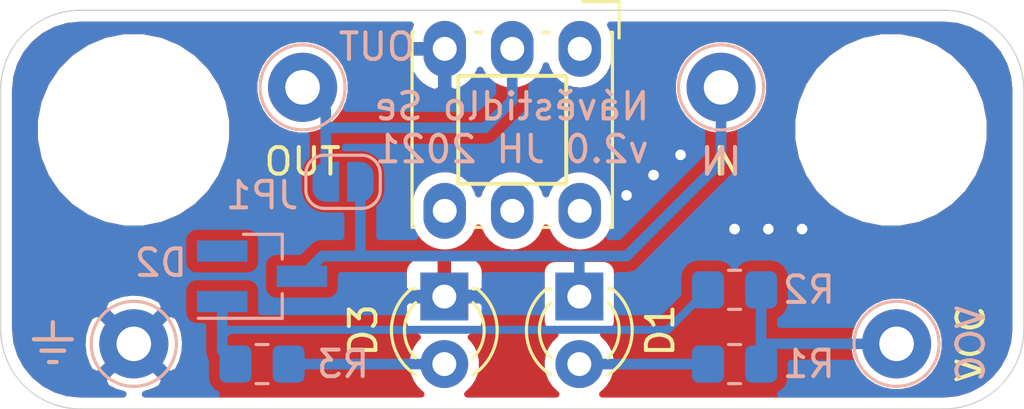
<source format=kicad_pcb>
(kicad_pcb (version 20171130) (host pcbnew 5.1.9+dfsg1-1)

  (general
    (thickness 1.6)
    (drawings 17)
    (tracks 35)
    (zones 0)
    (modules 14)
    (nets 8)
  )

  (page User 200 105.004)
  (layers
    (0 F.Cu signal)
    (31 B.Cu signal)
    (32 B.Adhes user)
    (33 F.Adhes user)
    (34 B.Paste user)
    (35 F.Paste user)
    (36 B.SilkS user)
    (37 F.SilkS user)
    (38 B.Mask user)
    (39 F.Mask user)
    (40 Dwgs.User user)
    (41 Cmts.User user hide)
    (42 Eco1.User user)
    (43 Eco2.User user)
    (44 Edge.Cuts user)
    (45 Margin user)
    (46 B.CrtYd user)
    (47 F.CrtYd user)
    (48 B.Fab user hide)
    (49 F.Fab user hide)
  )

  (setup
    (last_trace_width 0.4)
    (user_trace_width 0.3)
    (user_trace_width 0.4)
    (trace_clearance 0.2)
    (zone_clearance 0.4)
    (zone_45_only no)
    (trace_min 0.2)
    (via_size 0.8)
    (via_drill 0.4)
    (via_min_size 0.4)
    (via_min_drill 0.3)
    (uvia_size 0.3)
    (uvia_drill 0.1)
    (uvias_allowed no)
    (uvia_min_size 0.2)
    (uvia_min_drill 0.1)
    (edge_width 0.05)
    (segment_width 0.2)
    (pcb_text_width 0.3)
    (pcb_text_size 1.5 1.5)
    (mod_edge_width 0.12)
    (mod_text_size 1 1)
    (mod_text_width 0.15)
    (pad_size 1.524 1.524)
    (pad_drill 0.762)
    (pad_to_mask_clearance 0)
    (aux_axis_origin 0 0)
    (visible_elements FFFFFF7F)
    (pcbplotparams
      (layerselection 0x010fc_ffffffff)
      (usegerberextensions false)
      (usegerberattributes true)
      (usegerberadvancedattributes true)
      (creategerberjobfile true)
      (excludeedgelayer true)
      (linewidth 0.100000)
      (plotframeref false)
      (viasonmask false)
      (mode 1)
      (useauxorigin false)
      (hpglpennumber 1)
      (hpglpenspeed 20)
      (hpglpendiameter 15.000000)
      (psnegative false)
      (psa4output false)
      (plotreference true)
      (plotvalue true)
      (plotinvisibletext false)
      (padsonsilk false)
      (subtractmaskfromsilk false)
      (outputformat 1)
      (mirror false)
      (drillshape 1)
      (scaleselection 1)
      (outputdirectory ""))
  )

  (net 0 "")
  (net 1 GND)
  (net 2 "Net-(CINPUT1-Pad1)")
  (net 3 "Net-(COUTPUT1-Pad1)")
  (net 4 VCC)
  (net 5 "Net-(D1-Pad2)")
  (net 6 "Net-(D2-Pad1)")
  (net 7 "Net-(D3-Pad2)")

  (net_class Default "This is the default net class."
    (clearance 0.2)
    (trace_width 0.25)
    (via_dia 0.8)
    (via_drill 0.4)
    (uvia_dia 0.3)
    (uvia_drill 0.1)
    (add_net GND)
    (add_net "Net-(CINPUT1-Pad1)")
    (add_net "Net-(COUTPUT1-Pad1)")
    (add_net "Net-(D1-Pad2)")
    (add_net "Net-(D2-Pad1)")
    (add_net "Net-(D3-Pad2)")
    (add_net VCC)
  )

  (module Package_TO_SOT_SMD:SOT-23_Handsoldering (layer B.Cu) (tedit 5A0AB76C) (tstamp 6188A931)
    (at 84.836 32.512)
    (descr "SOT-23, Handsoldering")
    (tags SOT-23)
    (path /6187A3A8)
    (attr smd)
    (fp_text reference D2 (at -3.81 -0.508) (layer B.SilkS)
      (effects (font (size 1 1) (thickness 0.15)) (justify mirror))
    )
    (fp_text value BAT54W (at 0 -2.5) (layer B.Fab)
      (effects (font (size 1 1) (thickness 0.15)) (justify mirror))
    )
    (fp_line (start 0.76 -1.58) (end -0.7 -1.58) (layer B.SilkS) (width 0.12))
    (fp_line (start -0.7 -1.52) (end 0.7 -1.52) (layer B.Fab) (width 0.1))
    (fp_line (start 0.7 1.52) (end 0.7 -1.52) (layer B.Fab) (width 0.1))
    (fp_line (start -0.7 0.95) (end -0.15 1.52) (layer B.Fab) (width 0.1))
    (fp_line (start -0.15 1.52) (end 0.7 1.52) (layer B.Fab) (width 0.1))
    (fp_line (start -0.7 0.95) (end -0.7 -1.5) (layer B.Fab) (width 0.1))
    (fp_line (start 0.76 1.58) (end -2.4 1.58) (layer B.SilkS) (width 0.12))
    (fp_line (start -2.7 -1.75) (end -2.7 1.75) (layer B.CrtYd) (width 0.05))
    (fp_line (start 2.7 -1.75) (end -2.7 -1.75) (layer B.CrtYd) (width 0.05))
    (fp_line (start 2.7 1.75) (end 2.7 -1.75) (layer B.CrtYd) (width 0.05))
    (fp_line (start -2.7 1.75) (end 2.7 1.75) (layer B.CrtYd) (width 0.05))
    (fp_line (start 0.76 1.58) (end 0.76 0.65) (layer B.SilkS) (width 0.12))
    (fp_line (start 0.76 -1.58) (end 0.76 -0.65) (layer B.SilkS) (width 0.12))
    (fp_text user %R (at 0 0 270) (layer B.Fab)
      (effects (font (size 0.5 0.5) (thickness 0.075)) (justify mirror))
    )
    (pad 3 smd rect (at 1.5 0) (size 1.9 0.8) (layers B.Cu B.Paste B.Mask)
      (net 2 "Net-(CINPUT1-Pad1)"))
    (pad 2 smd rect (at -1.5 -0.95) (size 1.9 0.8) (layers B.Cu B.Paste B.Mask))
    (pad 1 smd rect (at -1.5 0.95) (size 1.9 0.8) (layers B.Cu B.Paste B.Mask)
      (net 6 "Net-(D2-Pad1)"))
    (model ${KISYS3DMOD}/Package_TO_SOT_SMD.3dshapes/SOT-23.wrl
      (at (xyz 0 0 0))
      (scale (xyz 1 1 1))
      (rotate (xyz 0 0 0))
    )
  )

  (module MountingHole:MountingHole_3.2mm_M3 (layer F.Cu) (tedit 56D1B4CB) (tstamp 61889A18)
    (at 108.5 27)
    (descr "Mounting Hole 3.2mm, no annular, M3")
    (tags "mounting hole 3.2mm no annular m3")
    (path /61886D3D)
    (clearance 2)
    (attr virtual)
    (fp_text reference H2 (at 0 -4.2) (layer F.SilkS) hide
      (effects (font (size 1 1) (thickness 0.15)))
    )
    (fp_text value MountingHole (at 0 4.2) (layer F.Fab)
      (effects (font (size 1 1) (thickness 0.15)))
    )
    (fp_circle (center 0 0) (end 3.45 0) (layer F.CrtYd) (width 0.05))
    (fp_circle (center 0 0) (end 3.2 0) (layer Cmts.User) (width 0.15))
    (fp_text user %R (at 0.3 0) (layer F.Fab)
      (effects (font (size 1 1) (thickness 0.15)))
    )
    (pad 1 np_thru_hole circle (at 0 0) (size 3.2 3.2) (drill 3.2) (layers *.Cu *.Mask))
  )

  (module MountingHole:MountingHole_3.2mm_M3 (layer F.Cu) (tedit 56D1B4CB) (tstamp 61889A10)
    (at 80 27 90)
    (descr "Mounting Hole 3.2mm, no annular, M3")
    (tags "mounting hole 3.2mm no annular m3")
    (path /61883B3D)
    (clearance 2)
    (attr virtual)
    (fp_text reference H1 (at 0 -4.2 90) (layer F.SilkS) hide
      (effects (font (size 1 1) (thickness 0.15)))
    )
    (fp_text value MountingHole (at 0 4.2 90) (layer F.Fab)
      (effects (font (size 1 1) (thickness 0.15)))
    )
    (fp_circle (center 0 0) (end 3.45 0) (layer F.CrtYd) (width 0.05))
    (fp_circle (center 0 0) (end 3.2 0) (layer Cmts.User) (width 0.15))
    (fp_text user %R (at 0.3 0 90) (layer F.Fab)
      (effects (font (size 1 1) (thickness 0.15)))
    )
    (pad 1 np_thru_hole circle (at 0 0 90) (size 3.2 3.2) (drill 3.2) (layers *.Cu *.Mask))
  )

  (module LED_THT:LED_D3.0mm (layer F.Cu) (tedit 587A3A7B) (tstamp 61BBAD29)
    (at 91.694 33.274 270)
    (descr "LED, diameter 3.0mm, 2 pins")
    (tags "LED diameter 3.0mm 2 pins")
    (path /6187B3C3)
    (fp_text reference D3 (at 1.27 3.048 90) (layer F.SilkS)
      (effects (font (size 1 1) (thickness 0.15)))
    )
    (fp_text value STOP (at 1.27 2.96 90) (layer F.Fab)
      (effects (font (size 1 1) (thickness 0.15)))
    )
    (fp_line (start 3.7 -2.25) (end -1.15 -2.25) (layer F.CrtYd) (width 0.05))
    (fp_line (start 3.7 2.25) (end 3.7 -2.25) (layer F.CrtYd) (width 0.05))
    (fp_line (start -1.15 2.25) (end 3.7 2.25) (layer F.CrtYd) (width 0.05))
    (fp_line (start -1.15 -2.25) (end -1.15 2.25) (layer F.CrtYd) (width 0.05))
    (fp_line (start -0.29 1.08) (end -0.29 1.236) (layer F.SilkS) (width 0.12))
    (fp_line (start -0.29 -1.236) (end -0.29 -1.08) (layer F.SilkS) (width 0.12))
    (fp_line (start -0.23 -1.16619) (end -0.23 1.16619) (layer F.Fab) (width 0.1))
    (fp_circle (center 1.27 0) (end 2.77 0) (layer F.Fab) (width 0.1))
    (fp_arc (start 1.27 0) (end 0.229039 1.08) (angle -87.9) (layer F.SilkS) (width 0.12))
    (fp_arc (start 1.27 0) (end 0.229039 -1.08) (angle 87.9) (layer F.SilkS) (width 0.12))
    (fp_arc (start 1.27 0) (end -0.29 1.235516) (angle -108.8) (layer F.SilkS) (width 0.12))
    (fp_arc (start 1.27 0) (end -0.29 -1.235516) (angle 108.8) (layer F.SilkS) (width 0.12))
    (fp_arc (start 1.27 0) (end -0.23 -1.16619) (angle 284.3) (layer F.Fab) (width 0.1))
    (pad 2 thru_hole circle (at 2.54 0 270) (size 1.8 1.8) (drill 0.9) (layers *.Cu *.Mask)
      (net 7 "Net-(D3-Pad2)"))
    (pad 1 thru_hole rect (at 0 0 270) (size 1.8 1.8) (drill 0.9) (layers *.Cu *.Mask)
      (net 1 GND))
    (model ${KISYS3DMOD}/LED_THT.3dshapes/LED_D3.0mm.wrl
      (at (xyz 0 0 0))
      (scale (xyz 1 1 1))
      (rotate (xyz 0 0 0))
    )
  )

  (module Connector_Pin:Pin_D1.3mm_L11.0mm (layer B.Cu) (tedit 5A1DC085) (tstamp 618894EA)
    (at 108.712 35.052)
    (descr "solder Pin_ diameter 1.3mm, hole diameter 1.3mm, length 11.0mm")
    (tags "solder Pin_ pressfit")
    (path /618848B1)
    (fp_text reference CVCC1 (at -3.048 -2.032) (layer B.SilkS) hide
      (effects (font (size 1 1) (thickness 0.15)) (justify mirror))
    )
    (fp_text value pad (at 0 2.05) (layer B.Fab)
      (effects (font (size 1 1) (thickness 0.15)) (justify mirror))
    )
    (fp_circle (center 0 0) (end 1.6 -0.05) (layer B.SilkS) (width 0.12))
    (fp_circle (center 0 0) (end 1.25 0.05) (layer B.Fab) (width 0.12))
    (fp_circle (center 0 0) (end 0.65 0.05) (layer B.Fab) (width 0.12))
    (fp_circle (center 0 0) (end 1.8 0) (layer B.CrtYd) (width 0.05))
    (fp_text user %R (at 0 -2.4) (layer B.Fab)
      (effects (font (size 1 1) (thickness 0.15)) (justify mirror))
    )
    (pad 1 thru_hole circle (at 0 0) (size 2.6 2.6) (drill 1.3) (layers *.Cu *.Mask)
      (net 4 VCC))
    (model ${KISYS3DMOD}/Connector_Pin.3dshapes/Pin_D1.3mm_L11.0mm.wrl
      (at (xyz 0 0 0))
      (scale (xyz 1 1 1))
      (rotate (xyz 0 0 0))
    )
  )

  (module Connector_Pin:Pin_D1.3mm_L11.0mm (layer B.Cu) (tedit 5A1DC085) (tstamp 61BBADF0)
    (at 86.36 25.4)
    (descr "solder Pin_ diameter 1.3mm, hole diameter 1.3mm, length 11.0mm")
    (tags "solder Pin_ pressfit")
    (path /61887291)
    (fp_text reference COUTPUT1 (at 2.794 -1.778) (layer B.SilkS) hide
      (effects (font (size 1 1) (thickness 0.15)) (justify mirror))
    )
    (fp_text value pad (at 0 2.05) (layer B.Fab)
      (effects (font (size 1 1) (thickness 0.15)) (justify mirror))
    )
    (fp_circle (center 0 0) (end 1.6 -0.05) (layer B.SilkS) (width 0.12))
    (fp_circle (center 0 0) (end 1.25 0.05) (layer B.Fab) (width 0.12))
    (fp_circle (center 0 0) (end 0.65 0.05) (layer B.Fab) (width 0.12))
    (fp_circle (center 0 0) (end 1.8 0) (layer B.CrtYd) (width 0.05))
    (fp_text user %R (at 0 -2.4) (layer B.Fab)
      (effects (font (size 1 1) (thickness 0.15)) (justify mirror))
    )
    (pad 1 thru_hole circle (at 0 0) (size 2.6 2.6) (drill 1.3) (layers *.Cu *.Mask)
      (net 3 "Net-(COUTPUT1-Pad1)"))
    (model ${KISYS3DMOD}/Connector_Pin.3dshapes/Pin_D1.3mm_L11.0mm.wrl
      (at (xyz 0 0 0))
      (scale (xyz 1 1 1))
      (rotate (xyz 0 0 0))
    )
  )

  (module Connector_Pin:Pin_D1.3mm_L11.0mm (layer B.Cu) (tedit 5A1DC085) (tstamp 6188B87B)
    (at 102.108 25.4)
    (descr "solder Pin_ diameter 1.3mm, hole diameter 1.3mm, length 11.0mm")
    (tags "solder Pin_ pressfit")
    (path /61885982)
    (fp_text reference CINPUT1 (at 0 2.794) (layer B.SilkS) hide
      (effects (font (size 1 1) (thickness 0.15)) (justify mirror))
    )
    (fp_text value pad (at 0 2.05) (layer B.Fab)
      (effects (font (size 1 1) (thickness 0.15)) (justify mirror))
    )
    (fp_circle (center 0 0) (end 1.6 -0.05) (layer B.SilkS) (width 0.12))
    (fp_circle (center 0 0) (end 1.25 0.05) (layer B.Fab) (width 0.12))
    (fp_circle (center 0 0) (end 0.65 0.05) (layer B.Fab) (width 0.12))
    (fp_circle (center 0 0) (end 1.8 0) (layer B.CrtYd) (width 0.05))
    (fp_text user %R (at 0 -2.4) (layer B.Fab)
      (effects (font (size 1 1) (thickness 0.15)) (justify mirror))
    )
    (pad 1 thru_hole circle (at 0 0) (size 2.6 2.6) (drill 1.3) (layers *.Cu *.Mask)
      (net 2 "Net-(CINPUT1-Pad1)"))
    (model ${KISYS3DMOD}/Connector_Pin.3dshapes/Pin_D1.3mm_L11.0mm.wrl
      (at (xyz 0 0 0))
      (scale (xyz 1 1 1))
      (rotate (xyz 0 0 0))
    )
  )

  (module Connector_Pin:Pin_D1.3mm_L11.0mm (layer B.Cu) (tedit 5A1DC085) (tstamp 618894CC)
    (at 80.01 35.052)
    (descr "solder Pin_ diameter 1.3mm, hole diameter 1.3mm, length 11.0mm")
    (tags "solder Pin_ pressfit")
    (path /6189BB08)
    (fp_text reference CGND1 (at 2.286 -2.032) (layer B.SilkS) hide
      (effects (font (size 1 1) (thickness 0.15)) (justify mirror))
    )
    (fp_text value pad (at 0 2.05) (layer B.Fab)
      (effects (font (size 1 1) (thickness 0.15)) (justify mirror))
    )
    (fp_circle (center 0 0) (end 1.6 -0.05) (layer B.SilkS) (width 0.12))
    (fp_circle (center 0 0) (end 1.25 0.05) (layer B.Fab) (width 0.12))
    (fp_circle (center 0 0) (end 0.65 0.05) (layer B.Fab) (width 0.12))
    (fp_circle (center 0 0) (end 1.8 0) (layer B.CrtYd) (width 0.05))
    (fp_text user %R (at 0 -2.4) (layer B.Fab)
      (effects (font (size 1 1) (thickness 0.15)) (justify mirror))
    )
    (pad 1 thru_hole circle (at 0 0) (size 2.6 2.6) (drill 1.3) (layers *.Cu *.Mask)
      (net 1 GND))
    (model ${KISYS3DMOD}/Connector_Pin.3dshapes/Pin_D1.3mm_L11.0mm.wrl
      (at (xyz 0 0 0))
      (scale (xyz 1 1 1))
      (rotate (xyz 0 0 0))
    )
  )

  (module LED_THT:LED_D3.0mm (layer F.Cu) (tedit 587A3A7B) (tstamp 618894FD)
    (at 96.774 33.274 270)
    (descr "LED, diameter 3.0mm, 2 pins")
    (tags "LED diameter 3.0mm 2 pins")
    (path /6187E726)
    (fp_text reference D1 (at 1.27 -3.048 90) (layer F.SilkS)
      (effects (font (size 1 1) (thickness 0.15)))
    )
    (fp_text value GO (at 1.27 2.96 90) (layer F.Fab)
      (effects (font (size 1 1) (thickness 0.15)))
    )
    (fp_line (start 3.7 -2.25) (end -1.15 -2.25) (layer F.CrtYd) (width 0.05))
    (fp_line (start 3.7 2.25) (end 3.7 -2.25) (layer F.CrtYd) (width 0.05))
    (fp_line (start -1.15 2.25) (end 3.7 2.25) (layer F.CrtYd) (width 0.05))
    (fp_line (start -1.15 -2.25) (end -1.15 2.25) (layer F.CrtYd) (width 0.05))
    (fp_line (start -0.29 1.08) (end -0.29 1.236) (layer F.SilkS) (width 0.12))
    (fp_line (start -0.29 -1.236) (end -0.29 -1.08) (layer F.SilkS) (width 0.12))
    (fp_line (start -0.23 -1.16619) (end -0.23 1.16619) (layer F.Fab) (width 0.1))
    (fp_circle (center 1.27 0) (end 2.77 0) (layer F.Fab) (width 0.1))
    (fp_arc (start 1.27 0) (end 0.229039 1.08) (angle -87.9) (layer F.SilkS) (width 0.12))
    (fp_arc (start 1.27 0) (end 0.229039 -1.08) (angle 87.9) (layer F.SilkS) (width 0.12))
    (fp_arc (start 1.27 0) (end -0.29 1.235516) (angle -108.8) (layer F.SilkS) (width 0.12))
    (fp_arc (start 1.27 0) (end -0.29 -1.235516) (angle 108.8) (layer F.SilkS) (width 0.12))
    (fp_arc (start 1.27 0) (end -0.23 -1.16619) (angle 284.3) (layer F.Fab) (width 0.1))
    (pad 2 thru_hole circle (at 2.54 0 270) (size 1.8 1.8) (drill 0.9) (layers *.Cu *.Mask)
      (net 5 "Net-(D1-Pad2)"))
    (pad 1 thru_hole rect (at 0 0 270) (size 1.8 1.8) (drill 0.9) (layers *.Cu *.Mask)
      (net 2 "Net-(CINPUT1-Pad1)"))
    (model ${KISYS3DMOD}/LED_THT.3dshapes/LED_D3.0mm.wrl
      (at (xyz 0 0 0))
      (scale (xyz 1 1 1))
      (rotate (xyz 0 0 0))
    )
  )

  (module Switch_KMZ:KLS7 (layer F.Cu) (tedit 61882A3D) (tstamp 61889E0D)
    (at 94.25 27 270)
    (path /61889CBB)
    (fp_text reference SW1 (at 0 4.826 90) (layer F.SilkS) hide
      (effects (font (size 1 1) (thickness 0.15)))
    )
    (fp_text value SW_Push_DPDT (at 0 -4.826 90) (layer F.Fab)
      (effects (font (size 1 1) (thickness 0.15)))
    )
    (fp_line (start 2.032 -2.032) (end -2.032 -2.032) (layer F.SilkS) (width 0.15))
    (fp_line (start 2.032 2.032) (end 2.032 -2.032) (layer F.SilkS) (width 0.15))
    (fp_line (start -2.032 2.032) (end 2.032 2.032) (layer F.SilkS) (width 0.15))
    (fp_line (start -2.032 -2.032) (end -2.032 2.032) (layer F.SilkS) (width 0.15))
    (fp_line (start -4.572 -3.9) (end -4.572 3.9) (layer F.CrtYd) (width 0.05))
    (fp_line (start -3.55 3.65) (end -3.55 -3.556) (layer F.Fab) (width 0.1))
    (fp_line (start 4.572 3.9) (end 4.572 -3.9) (layer F.CrtYd) (width 0.05))
    (fp_line (start 3.55 -3.65) (end 3.55 3.65) (layer F.Fab) (width 0.1))
    (fp_line (start 3.55 3.65) (end -3.55 3.65) (layer F.Fab) (width 0.1))
    (fp_line (start -4.572 3.9) (end 4.572 3.9) (layer F.CrtYd) (width 0.05))
    (fp_line (start -4.826 -2.65) (end -4.826 -4.02) (layer F.SilkS) (width 0.12))
    (fp_line (start 3.67 1.15) (end 3.67 1.39) (layer F.SilkS) (width 0.12))
    (fp_line (start -3.67 -3.69) (end -3.67 -3.77) (layer F.SilkS) (width 0.12))
    (fp_line (start -3.67 -3.77) (end 3.67 -3.77) (layer F.SilkS) (width 0.12))
    (fp_line (start 3.67 -1.39) (end 3.67 -1.15) (layer F.SilkS) (width 0.12))
    (fp_line (start 3.67 3.77) (end 3.67 3.69) (layer F.SilkS) (width 0.12))
    (fp_line (start -3.67 -1.39) (end -3.67 -1.15) (layer F.SilkS) (width 0.12))
    (fp_line (start -3.67 3.69) (end -3.67 3.77) (layer F.SilkS) (width 0.12))
    (fp_line (start -3.556 -3.65) (end 3.55 -3.65) (layer F.Fab) (width 0.1))
    (fp_line (start 3.67 -3.77) (end 3.67 -3.69) (layer F.SilkS) (width 0.12))
    (fp_line (start -4.826 -4.02) (end -3.456 -4.02) (layer F.SilkS) (width 0.12))
    (fp_line (start -3.67 1.15) (end -3.67 1.39) (layer F.SilkS) (width 0.12))
    (fp_line (start -3.67 3.77) (end 3.67 3.77) (layer F.SilkS) (width 0.12))
    (fp_line (start 4.572 -3.9) (end -4.572 -3.9) (layer F.CrtYd) (width 0.05))
    (pad 6 thru_hole oval (at 3.048 0 270) (size 2.1 1.6) (drill 0.9) (layers *.Cu *.Mask))
    (pad 4 thru_hole oval (at 3.048 2.54 270) (size 2.1 1.6) (drill 0.9) (layers *.Cu *.Mask))
    (pad 2 thru_hole oval (at -3.048 2.54 270) (size 2.1 1.6) (drill 0.9) (layers *.Cu *.Mask)
      (net 1 GND))
    (pad 1 thru_hole oval (at -3.048 -2.54 270) (size 2.1 1.6) (drill 0.9) (layers *.Cu *.Mask))
    (pad 3 thru_hole oval (at -3.048 0 270) (size 2.1 1.6) (drill 0.9) (layers *.Cu *.Mask)
      (net 3 "Net-(COUTPUT1-Pad1)"))
    (pad 5 thru_hole oval (at 3.048 -2.54 270) (size 2.1 1.6) (drill 0.9) (layers *.Cu *.Mask))
  )

  (module Resistor_SMD:R_0805_2012Metric_Pad1.20x1.40mm_HandSolder (layer B.Cu) (tedit 5F68FEEE) (tstamp 6188956A)
    (at 84.836 35.814)
    (descr "Resistor SMD 0805 (2012 Metric), square (rectangular) end terminal, IPC_7351 nominal with elongated pad for handsoldering. (Body size source: IPC-SM-782 page 72, https://www.pcb-3d.com/wordpress/wp-content/uploads/ipc-sm-782a_amendment_1_and_2.pdf), generated with kicad-footprint-generator")
    (tags "resistor handsolder")
    (path /6187B970)
    (attr smd)
    (fp_text reference R3 (at 3.048 0) (layer B.SilkS)
      (effects (font (size 1 1) (thickness 0.15)) (justify mirror))
    )
    (fp_text value 1k (at 0 -1.65) (layer B.Fab)
      (effects (font (size 1 1) (thickness 0.15)) (justify mirror))
    )
    (fp_line (start 1.85 -0.95) (end -1.85 -0.95) (layer B.CrtYd) (width 0.05))
    (fp_line (start 1.85 0.95) (end 1.85 -0.95) (layer B.CrtYd) (width 0.05))
    (fp_line (start -1.85 0.95) (end 1.85 0.95) (layer B.CrtYd) (width 0.05))
    (fp_line (start -1.85 -0.95) (end -1.85 0.95) (layer B.CrtYd) (width 0.05))
    (fp_line (start -0.227064 -0.735) (end 0.227064 -0.735) (layer B.SilkS) (width 0.12))
    (fp_line (start -0.227064 0.735) (end 0.227064 0.735) (layer B.SilkS) (width 0.12))
    (fp_line (start 1 -0.625) (end -1 -0.625) (layer B.Fab) (width 0.1))
    (fp_line (start 1 0.625) (end 1 -0.625) (layer B.Fab) (width 0.1))
    (fp_line (start -1 0.625) (end 1 0.625) (layer B.Fab) (width 0.1))
    (fp_line (start -1 -0.625) (end -1 0.625) (layer B.Fab) (width 0.1))
    (fp_text user %R (at 0 0) (layer B.Fab)
      (effects (font (size 0.5 0.5) (thickness 0.08)) (justify mirror))
    )
    (pad 2 smd roundrect (at 1 0) (size 1.2 1.4) (layers B.Cu B.Paste B.Mask) (roundrect_rratio 0.208333)
      (net 7 "Net-(D3-Pad2)"))
    (pad 1 smd roundrect (at -1 0) (size 1.2 1.4) (layers B.Cu B.Paste B.Mask) (roundrect_rratio 0.208333)
      (net 6 "Net-(D2-Pad1)"))
    (model ${KISYS3DMOD}/Resistor_SMD.3dshapes/R_0805_2012Metric.wrl
      (at (xyz 0 0 0))
      (scale (xyz 1 1 1))
      (rotate (xyz 0 0 0))
    )
  )

  (module Resistor_SMD:R_0805_2012Metric_Pad1.20x1.40mm_HandSolder (layer B.Cu) (tedit 5F68FEEE) (tstamp 61889559)
    (at 102.616 33.02 180)
    (descr "Resistor SMD 0805 (2012 Metric), square (rectangular) end terminal, IPC_7351 nominal with elongated pad for handsoldering. (Body size source: IPC-SM-782 page 72, https://www.pcb-3d.com/wordpress/wp-content/uploads/ipc-sm-782a_amendment_1_and_2.pdf), generated with kicad-footprint-generator")
    (tags "resistor handsolder")
    (path /61879627)
    (attr smd)
    (fp_text reference R2 (at -2.794 0) (layer B.SilkS)
      (effects (font (size 1 1) (thickness 0.15)) (justify mirror))
    )
    (fp_text value 1k (at 0 -1.65) (layer B.Fab)
      (effects (font (size 1 1) (thickness 0.15)) (justify mirror))
    )
    (fp_line (start 1.85 -0.95) (end -1.85 -0.95) (layer B.CrtYd) (width 0.05))
    (fp_line (start 1.85 0.95) (end 1.85 -0.95) (layer B.CrtYd) (width 0.05))
    (fp_line (start -1.85 0.95) (end 1.85 0.95) (layer B.CrtYd) (width 0.05))
    (fp_line (start -1.85 -0.95) (end -1.85 0.95) (layer B.CrtYd) (width 0.05))
    (fp_line (start -0.227064 -0.735) (end 0.227064 -0.735) (layer B.SilkS) (width 0.12))
    (fp_line (start -0.227064 0.735) (end 0.227064 0.735) (layer B.SilkS) (width 0.12))
    (fp_line (start 1 -0.625) (end -1 -0.625) (layer B.Fab) (width 0.1))
    (fp_line (start 1 0.625) (end 1 -0.625) (layer B.Fab) (width 0.1))
    (fp_line (start -1 0.625) (end 1 0.625) (layer B.Fab) (width 0.1))
    (fp_line (start -1 -0.625) (end -1 0.625) (layer B.Fab) (width 0.1))
    (fp_text user %R (at 0 0) (layer B.Fab)
      (effects (font (size 0.5 0.5) (thickness 0.08)) (justify mirror))
    )
    (pad 2 smd roundrect (at 1 0 180) (size 1.2 1.4) (layers B.Cu B.Paste B.Mask) (roundrect_rratio 0.208333)
      (net 6 "Net-(D2-Pad1)"))
    (pad 1 smd roundrect (at -1 0 180) (size 1.2 1.4) (layers B.Cu B.Paste B.Mask) (roundrect_rratio 0.208333)
      (net 4 VCC))
    (model ${KISYS3DMOD}/Resistor_SMD.3dshapes/R_0805_2012Metric.wrl
      (at (xyz 0 0 0))
      (scale (xyz 1 1 1))
      (rotate (xyz 0 0 0))
    )
  )

  (module Resistor_SMD:R_0805_2012Metric_Pad1.20x1.40mm_HandSolder (layer B.Cu) (tedit 5F68FEEE) (tstamp 61889548)
    (at 102.616 35.814 180)
    (descr "Resistor SMD 0805 (2012 Metric), square (rectangular) end terminal, IPC_7351 nominal with elongated pad for handsoldering. (Body size source: IPC-SM-782 page 72, https://www.pcb-3d.com/wordpress/wp-content/uploads/ipc-sm-782a_amendment_1_and_2.pdf), generated with kicad-footprint-generator")
    (tags "resistor handsolder")
    (path /61880209)
    (attr smd)
    (fp_text reference R1 (at -2.794 0) (layer B.SilkS)
      (effects (font (size 1 1) (thickness 0.15)) (justify mirror))
    )
    (fp_text value 1k (at 0 -1.65) (layer B.Fab)
      (effects (font (size 1 1) (thickness 0.15)) (justify mirror))
    )
    (fp_line (start 1.85 -0.95) (end -1.85 -0.95) (layer B.CrtYd) (width 0.05))
    (fp_line (start 1.85 0.95) (end 1.85 -0.95) (layer B.CrtYd) (width 0.05))
    (fp_line (start -1.85 0.95) (end 1.85 0.95) (layer B.CrtYd) (width 0.05))
    (fp_line (start -1.85 -0.95) (end -1.85 0.95) (layer B.CrtYd) (width 0.05))
    (fp_line (start -0.227064 -0.735) (end 0.227064 -0.735) (layer B.SilkS) (width 0.12))
    (fp_line (start -0.227064 0.735) (end 0.227064 0.735) (layer B.SilkS) (width 0.12))
    (fp_line (start 1 -0.625) (end -1 -0.625) (layer B.Fab) (width 0.1))
    (fp_line (start 1 0.625) (end 1 -0.625) (layer B.Fab) (width 0.1))
    (fp_line (start -1 0.625) (end 1 0.625) (layer B.Fab) (width 0.1))
    (fp_line (start -1 -0.625) (end -1 0.625) (layer B.Fab) (width 0.1))
    (fp_text user %R (at 0 0) (layer B.Fab)
      (effects (font (size 0.5 0.5) (thickness 0.08)) (justify mirror))
    )
    (pad 2 smd roundrect (at 1 0 180) (size 1.2 1.4) (layers B.Cu B.Paste B.Mask) (roundrect_rratio 0.208333)
      (net 5 "Net-(D1-Pad2)"))
    (pad 1 smd roundrect (at -1 0 180) (size 1.2 1.4) (layers B.Cu B.Paste B.Mask) (roundrect_rratio 0.208333)
      (net 4 VCC))
    (model ${KISYS3DMOD}/Resistor_SMD.3dshapes/R_0805_2012Metric.wrl
      (at (xyz 0 0 0))
      (scale (xyz 1 1 1))
      (rotate (xyz 0 0 0))
    )
  )

  (module Jumper:SolderJumper-2_P1.3mm_Open_RoundedPad1.0x1.5mm (layer B.Cu) (tedit 5B391E66) (tstamp 6188A674)
    (at 87.884 28.956 180)
    (descr "SMD Solder Jumper, 1x1.5mm, rounded Pads, 0.3mm gap, open")
    (tags "solder jumper open")
    (path /618864CD)
    (attr virtual)
    (fp_text reference JP1 (at 3.048 -0.508) (layer B.SilkS)
      (effects (font (size 1 1) (thickness 0.15)) (justify mirror))
    )
    (fp_text value SolderJumper_2_Open (at 0 -1.9) (layer B.Fab)
      (effects (font (size 1 1) (thickness 0.15)) (justify mirror))
    )
    (fp_line (start 1.65 -1.25) (end -1.65 -1.25) (layer B.CrtYd) (width 0.05))
    (fp_line (start 1.65 -1.25) (end 1.65 1.25) (layer B.CrtYd) (width 0.05))
    (fp_line (start -1.65 1.25) (end -1.65 -1.25) (layer B.CrtYd) (width 0.05))
    (fp_line (start -1.65 1.25) (end 1.65 1.25) (layer B.CrtYd) (width 0.05))
    (fp_line (start -0.7 1) (end 0.7 1) (layer B.SilkS) (width 0.12))
    (fp_line (start 1.4 0.3) (end 1.4 -0.3) (layer B.SilkS) (width 0.12))
    (fp_line (start 0.7 -1) (end -0.7 -1) (layer B.SilkS) (width 0.12))
    (fp_line (start -1.4 -0.3) (end -1.4 0.3) (layer B.SilkS) (width 0.12))
    (fp_arc (start -0.7 0.3) (end -0.7 1) (angle 90) (layer B.SilkS) (width 0.12))
    (fp_arc (start -0.7 -0.3) (end -1.4 -0.3) (angle 90) (layer B.SilkS) (width 0.12))
    (fp_arc (start 0.7 -0.3) (end 0.7 -1) (angle 90) (layer B.SilkS) (width 0.12))
    (fp_arc (start 0.7 0.3) (end 1.4 0.3) (angle 90) (layer B.SilkS) (width 0.12))
    (pad 2 smd custom (at 0.65 0 180) (size 1 0.5) (layers B.Cu B.Mask)
      (net 3 "Net-(COUTPUT1-Pad1)") (zone_connect 2)
      (options (clearance outline) (anchor rect))
      (primitives
        (gr_circle (center 0 -0.25) (end 0.5 -0.25) (width 0))
        (gr_circle (center 0 0.25) (end 0.5 0.25) (width 0))
        (gr_poly (pts
           (xy 0 0.75) (xy -0.5 0.75) (xy -0.5 -0.75) (xy 0 -0.75)) (width 0))
      ))
    (pad 1 smd custom (at -0.65 0 180) (size 1 0.5) (layers B.Cu B.Mask)
      (net 2 "Net-(CINPUT1-Pad1)") (zone_connect 2)
      (options (clearance outline) (anchor rect))
      (primitives
        (gr_circle (center 0 -0.25) (end 0.5 -0.25) (width 0))
        (gr_circle (center 0 0.25) (end 0.5 0.25) (width 0))
        (gr_poly (pts
           (xy 0 0.75) (xy 0.5 0.75) (xy 0.5 -0.75) (xy 0 -0.75)) (width 0))
      ))
  )

  (gr_text VCC (at 111.506 35.052 90) (layer B.SilkS)
    (effects (font (size 1 1) (thickness 0.15)) (justify mirror))
  )
  (gr_text ⏚ (at 76.962 35.052) (layer B.SilkS) (tstamp 61BBB462)
    (effects (font (size 1.5 1.5) (thickness 0.15)) (justify mirror))
  )
  (gr_text OUT (at 89.154 23.876) (layer B.SilkS) (tstamp 61BBB1C8)
    (effects (font (size 1 1) (thickness 0.15)) (justify mirror))
  )
  (gr_text IN (at 102.108 28.194) (layer B.SilkS)
    (effects (font (size 1 1) (thickness 0.15)) (justify mirror))
  )
  (gr_text "Návěstidlo Se\nv2.0 JH 2021" (at 94.234 26.924) (layer B.SilkS)
    (effects (font (size 1 1) (thickness 0.15)) (justify mirror))
  )
  (gr_text OUT (at 86.36 28.194) (layer F.SilkS)
    (effects (font (size 1 1) (thickness 0.15)))
  )
  (gr_text IN (at 102.108 28.194) (layer F.SilkS) (tstamp 61BBB1B8)
    (effects (font (size 1 1) (thickness 0.15)))
  )
  (gr_text ⏚ (at 76.962 35.052) (layer F.SilkS)
    (effects (font (size 1.5 1.5) (thickness 0.15)))
  )
  (gr_text VCC (at 111.506 35.052 90) (layer F.SilkS)
    (effects (font (size 1 1) (thickness 0.15)))
  )
  (gr_line (start 78 37.5) (end 110.5 37.5) (layer Edge.Cuts) (width 0.05) (tstamp 61889DC9))
  (gr_arc (start 78 34.5) (end 75 34.5) (angle -90) (layer Edge.Cuts) (width 0.05))
  (gr_arc (start 110.5 34.5) (end 110.5 37.5) (angle -90) (layer Edge.Cuts) (width 0.05))
  (gr_line (start 113.5 25.5) (end 113.5 34.5) (layer Edge.Cuts) (width 0.05))
  (gr_line (start 75 25.5) (end 75 34.5) (layer Edge.Cuts) (width 0.05))
  (gr_arc (start 110.5 25.5) (end 113.5 25.5) (angle -90) (layer Edge.Cuts) (width 0.05))
  (gr_arc (start 78 25.5) (end 78 22.5) (angle -90) (layer Edge.Cuts) (width 0.05))
  (gr_line (start 110.5 22.5) (end 78 22.5) (layer Edge.Cuts) (width 0.05))

  (via (at 105.156 30.734) (size 0.8) (drill 0.4) (layers F.Cu B.Cu) (net 1))
  (via (at 103.886 30.734) (size 0.8) (drill 0.4) (layers F.Cu B.Cu) (net 1))
  (via (at 102.616 30.734) (size 0.8) (drill 0.4) (layers F.Cu B.Cu) (net 1))
  (via (at 100.584 27.94) (size 0.8) (drill 0.4) (layers F.Cu B.Cu) (net 1))
  (via (at 99.568 28.702) (size 0.8) (drill 0.4) (layers F.Cu B.Cu) (net 1))
  (via (at 98.552 29.464) (size 0.8) (drill 0.4) (layers F.Cu B.Cu) (net 1) (tstamp 61BBB4BD))
  (segment (start 87.098 31.75) (end 86.336 32.512) (width 0.4) (layer B.Cu) (net 2))
  (segment (start 88.534 31.608) (end 88.392 31.75) (width 0.4) (layer B.Cu) (net 2))
  (segment (start 88.534 28.956) (end 88.534 31.608) (width 0.4) (layer B.Cu) (net 2))
  (segment (start 88.392 31.75) (end 87.098 31.75) (width 0.4) (layer B.Cu) (net 2))
  (segment (start 96.774 33.274) (end 96.774 31.75) (width 0.4) (layer B.Cu) (net 2))
  (segment (start 88.392 31.75) (end 96.774 31.75) (width 0.4) (layer B.Cu) (net 2))
  (segment (start 102.108 28.194) (end 102.108 25.4) (width 0.4) (layer B.Cu) (net 2))
  (segment (start 98.552 31.75) (end 102.108 28.194) (width 0.4) (layer B.Cu) (net 2))
  (segment (start 96.774 31.75) (end 98.552 31.75) (width 0.4) (layer B.Cu) (net 2))
  (segment (start 87.234 26.274) (end 86.36 25.4) (width 0.4) (layer B.Cu) (net 3))
  (segment (start 93.218 26.924) (end 87.376 26.924) (width 0.4) (layer B.Cu) (net 3))
  (segment (start 94.25 23.952) (end 94.25 25.892) (width 0.4) (layer B.Cu) (net 3))
  (segment (start 94.25 25.892) (end 93.218 26.924) (width 0.4) (layer B.Cu) (net 3))
  (segment (start 87.234 26.782) (end 87.234 26.274) (width 0.4) (layer B.Cu) (net 3))
  (segment (start 87.376 26.924) (end 87.234 26.782) (width 0.4) (layer B.Cu) (net 3))
  (segment (start 87.234 28.956) (end 87.234 26.782) (width 0.4) (layer B.Cu) (net 3))
  (segment (start 103.632 35.052) (end 103.616 35.036) (width 0.4) (layer B.Cu) (net 4))
  (segment (start 108.712 35.052) (end 103.632 35.052) (width 0.4) (layer B.Cu) (net 4))
  (segment (start 103.616 35.036) (end 103.616 33.02) (width 0.4) (layer B.Cu) (net 4))
  (segment (start 103.616 35.814) (end 103.616 35.036) (width 0.4) (layer B.Cu) (net 4))
  (segment (start 101.616 35.814) (end 96.774 35.814) (width 0.4) (layer B.Cu) (net 5))
  (segment (start 83.336 35.314) (end 83.836 35.814) (width 0.4) (layer B.Cu) (net 6))
  (segment (start 101.616 33.02) (end 101.6 33.02) (width 0.3) (layer B.Cu) (net 6))
  (segment (start 100.095999 34.524001) (end 83.585999 34.524001) (width 0.3) (layer B.Cu) (net 6))
  (segment (start 101.6 33.02) (end 100.095999 34.524001) (width 0.3) (layer B.Cu) (net 6))
  (segment (start 83.336 34.774) (end 83.336 35.314) (width 0.4) (layer B.Cu) (net 6))
  (segment (start 83.585999 34.524001) (end 83.336 34.774) (width 0.3) (layer B.Cu) (net 6))
  (segment (start 83.336 33.462) (end 83.336 34.774) (width 0.4) (layer B.Cu) (net 6))
  (segment (start 85.836 35.814) (end 91.694 35.814) (width 0.4) (layer B.Cu) (net 7))

  (zone (net 1) (net_name GND) (layer B.Cu) (tstamp 0) (hatch edge 0.508)
    (connect_pads (clearance 0.4))
    (min_thickness 0.254)
    (fill yes (arc_segments 32) (thermal_gap 0.508) (thermal_bridge_width 0.508))
    (polygon
      (pts
        (xy 113.5 37.5) (xy 75 37.5) (xy 75 22.5) (xy 113.5 22.5)
      )
    )
    (filled_polygon
      (pts
        (xy 110.974972 23.101219) (xy 111.431851 23.239158) (xy 111.853239 23.463214) (xy 112.223079 23.764849) (xy 112.52729 24.132575)
        (xy 112.754281 24.552389) (xy 112.895407 25.008292) (xy 112.948 25.508678) (xy 112.948001 34.472988) (xy 112.898782 34.974968)
        (xy 112.760842 35.431851) (xy 112.536788 35.853236) (xy 112.235151 36.22308) (xy 111.867425 36.52729) (xy 111.447615 36.754279)
        (xy 110.991709 36.895407) (xy 110.491321 36.948) (xy 104.332063 36.948) (xy 104.399095 36.912171) (xy 104.517225 36.815225)
        (xy 104.614171 36.697095) (xy 104.686209 36.562321) (xy 104.73057 36.416083) (xy 104.745549 36.264001) (xy 104.745549 35.779)
        (xy 107.035603 35.779) (xy 107.092934 35.917409) (xy 107.292876 36.216645) (xy 107.547355 36.471124) (xy 107.846591 36.671066)
        (xy 108.179084 36.808789) (xy 108.532056 36.879) (xy 108.891944 36.879) (xy 109.244916 36.808789) (xy 109.577409 36.671066)
        (xy 109.876645 36.471124) (xy 110.131124 36.216645) (xy 110.331066 35.917409) (xy 110.468789 35.584916) (xy 110.539 35.231944)
        (xy 110.539 34.872056) (xy 110.468789 34.519084) (xy 110.331066 34.186591) (xy 110.131124 33.887355) (xy 109.876645 33.632876)
        (xy 109.577409 33.432934) (xy 109.244916 33.295211) (xy 108.891944 33.225) (xy 108.532056 33.225) (xy 108.179084 33.295211)
        (xy 107.846591 33.432934) (xy 107.547355 33.632876) (xy 107.292876 33.887355) (xy 107.092934 34.186591) (xy 107.035603 34.325)
        (xy 104.343 34.325) (xy 104.343 34.148154) (xy 104.399095 34.118171) (xy 104.517225 34.021225) (xy 104.614171 33.903095)
        (xy 104.686209 33.768321) (xy 104.73057 33.622083) (xy 104.745549 33.470001) (xy 104.745549 32.569999) (xy 104.73057 32.417917)
        (xy 104.686209 32.271679) (xy 104.614171 32.136905) (xy 104.517225 32.018775) (xy 104.399095 31.921829) (xy 104.264321 31.849791)
        (xy 104.118083 31.80543) (xy 103.966001 31.790451) (xy 103.265999 31.790451) (xy 103.113917 31.80543) (xy 102.967679 31.849791)
        (xy 102.832905 31.921829) (xy 102.714775 32.018775) (xy 102.617829 32.136905) (xy 102.616 32.140327) (xy 102.614171 32.136905)
        (xy 102.517225 32.018775) (xy 102.399095 31.921829) (xy 102.264321 31.849791) (xy 102.118083 31.80543) (xy 101.966001 31.790451)
        (xy 101.265999 31.790451) (xy 101.113917 31.80543) (xy 100.967679 31.849791) (xy 100.832905 31.921829) (xy 100.714775 32.018775)
        (xy 100.617829 32.136905) (xy 100.545791 32.271679) (xy 100.50143 32.417917) (xy 100.486451 32.569999) (xy 100.486451 33.176126)
        (xy 99.815577 33.847001) (xy 98.203549 33.847001) (xy 98.203549 32.477) (xy 98.516292 32.477) (xy 98.552 32.480517)
        (xy 98.694517 32.46648) (xy 98.734432 32.454372) (xy 98.831557 32.42491) (xy 98.957853 32.357403) (xy 99.068554 32.266554)
        (xy 99.091326 32.238806) (xy 102.596816 28.733317) (xy 102.624553 28.710554) (xy 102.715403 28.599853) (xy 102.78291 28.473557)
        (xy 102.82448 28.336517) (xy 102.835 28.229708) (xy 102.835 28.229706) (xy 102.838517 28.194001) (xy 102.835 28.158295)
        (xy 102.835 27.076397) (xy 102.973409 27.019066) (xy 103.272645 26.819124) (xy 103.458846 26.632923) (xy 104.773 26.632923)
        (xy 104.773 27.367077) (xy 104.916227 28.087126) (xy 105.197176 28.765396) (xy 105.60505 29.375824) (xy 106.124176 29.89495)
        (xy 106.734604 30.302824) (xy 107.412874 30.583773) (xy 108.132923 30.727) (xy 108.867077 30.727) (xy 109.587126 30.583773)
        (xy 110.265396 30.302824) (xy 110.875824 29.89495) (xy 111.39495 29.375824) (xy 111.802824 28.765396) (xy 112.083773 28.087126)
        (xy 112.227 27.367077) (xy 112.227 26.632923) (xy 112.083773 25.912874) (xy 111.802824 25.234604) (xy 111.39495 24.624176)
        (xy 110.875824 24.10505) (xy 110.265396 23.697176) (xy 109.587126 23.416227) (xy 108.867077 23.273) (xy 108.132923 23.273)
        (xy 107.412874 23.416227) (xy 106.734604 23.697176) (xy 106.124176 24.10505) (xy 105.60505 24.624176) (xy 105.197176 25.234604)
        (xy 104.916227 25.912874) (xy 104.773 26.632923) (xy 103.458846 26.632923) (xy 103.527124 26.564645) (xy 103.727066 26.265409)
        (xy 103.864789 25.932916) (xy 103.935 25.579944) (xy 103.935 25.220056) (xy 103.864789 24.867084) (xy 103.727066 24.534591)
        (xy 103.527124 24.235355) (xy 103.272645 23.980876) (xy 102.973409 23.780934) (xy 102.640916 23.643211) (xy 102.287944 23.573)
        (xy 101.928056 23.573) (xy 101.575084 23.643211) (xy 101.242591 23.780934) (xy 100.943355 23.980876) (xy 100.688876 24.235355)
        (xy 100.488934 24.534591) (xy 100.351211 24.867084) (xy 100.281 25.220056) (xy 100.281 25.579944) (xy 100.351211 25.932916)
        (xy 100.488934 26.265409) (xy 100.688876 26.564645) (xy 100.943355 26.819124) (xy 101.242591 27.019066) (xy 101.381 27.076397)
        (xy 101.381 27.892867) (xy 98.250868 31.023) (xy 97.907148 31.023) (xy 98.021919 30.808278) (xy 98.097799 30.558137)
        (xy 98.117 30.363184) (xy 98.117 29.732817) (xy 98.097799 29.537864) (xy 98.021919 29.287723) (xy 97.898698 29.057192)
        (xy 97.73287 28.85513) (xy 97.530808 28.689302) (xy 97.300278 28.566081) (xy 97.050137 28.490201) (xy 96.79 28.46458)
        (xy 96.529864 28.490201) (xy 96.279723 28.566081) (xy 96.049193 28.689302) (xy 95.847131 28.85513) (xy 95.681302 29.057192)
        (xy 95.558081 29.287722) (xy 95.52 29.413258) (xy 95.481919 29.287723) (xy 95.358698 29.057192) (xy 95.19287 28.85513)
        (xy 94.990808 28.689302) (xy 94.760278 28.566081) (xy 94.510137 28.490201) (xy 94.25 28.46458) (xy 93.989864 28.490201)
        (xy 93.739723 28.566081) (xy 93.509193 28.689302) (xy 93.307131 28.85513) (xy 93.141302 29.057192) (xy 93.018081 29.287722)
        (xy 92.98 29.413258) (xy 92.941919 29.287723) (xy 92.818698 29.057192) (xy 92.65287 28.85513) (xy 92.450808 28.689302)
        (xy 92.220278 28.566081) (xy 91.970137 28.490201) (xy 91.71 28.46458) (xy 91.449864 28.490201) (xy 91.199723 28.566081)
        (xy 90.969193 28.689302) (xy 90.767131 28.85513) (xy 90.601302 29.057192) (xy 90.478081 29.287722) (xy 90.402201 29.537863)
        (xy 90.383 29.732816) (xy 90.383 30.363183) (xy 90.402201 30.558136) (xy 90.478081 30.808277) (xy 90.592853 31.023)
        (xy 89.261 31.023) (xy 89.261 29.931598) (xy 89.294953 29.897645) (xy 89.360809 29.8174) (xy 89.415265 29.735901)
        (xy 89.464202 29.644346) (xy 89.501711 29.55379) (xy 89.531845 29.454452) (xy 89.550967 29.358319) (xy 89.561142 29.255009)
        (xy 89.561142 29.230449) (xy 89.56355 29.206) (xy 89.56355 28.706) (xy 89.561142 28.681551) (xy 89.561142 28.656991)
        (xy 89.550967 28.553681) (xy 89.531845 28.457548) (xy 89.501711 28.35821) (xy 89.464202 28.267654) (xy 89.415265 28.176099)
        (xy 89.360809 28.0946) (xy 89.294953 28.014355) (xy 89.225645 27.945047) (xy 89.1454 27.879191) (xy 89.063901 27.824735)
        (xy 88.972346 27.775798) (xy 88.88179 27.738289) (xy 88.782452 27.708155) (xy 88.686319 27.689033) (xy 88.583009 27.678858)
        (xy 88.558449 27.678858) (xy 88.534 27.67645) (xy 88.034 27.67645) (xy 87.961 27.68364) (xy 87.961 27.651)
        (xy 93.182292 27.651) (xy 93.218 27.654517) (xy 93.360517 27.64048) (xy 93.36052 27.640479) (xy 93.497557 27.59891)
        (xy 93.623853 27.531403) (xy 93.734554 27.440554) (xy 93.757326 27.412807) (xy 94.738812 26.431321) (xy 94.766554 26.408554)
        (xy 94.857403 26.297853) (xy 94.92491 26.171557) (xy 94.96648 26.034517) (xy 94.977 25.927708) (xy 94.977 25.927706)
        (xy 94.980517 25.892001) (xy 94.977 25.856295) (xy 94.977 25.318078) (xy 94.990807 25.310698) (xy 95.19287 25.14487)
        (xy 95.358698 24.942808) (xy 95.481919 24.712278) (xy 95.52 24.586742) (xy 95.558081 24.712277) (xy 95.681302 24.942807)
        (xy 95.84713 25.14487) (xy 96.049192 25.310698) (xy 96.279722 25.433919) (xy 96.529863 25.509799) (xy 96.79 25.53542)
        (xy 97.050136 25.509799) (xy 97.300277 25.433919) (xy 97.530807 25.310698) (xy 97.73287 25.14487) (xy 97.898698 24.942808)
        (xy 98.021919 24.712278) (xy 98.097799 24.462137) (xy 98.117 24.267184) (xy 98.117 23.636817) (xy 98.097799 23.441864)
        (xy 98.021919 23.191723) (xy 97.947236 23.052) (xy 110.473008 23.052)
      )
    )
    (filled_polygon
      (pts
        (xy 90.417566 23.054253) (xy 90.316031 23.318841) (xy 90.268065 23.598153) (xy 90.428322 23.825) (xy 91.583 23.825)
        (xy 91.583 23.805) (xy 91.837 23.805) (xy 91.837 23.825) (xy 91.857 23.825) (xy 91.857 24.079)
        (xy 91.837 24.079) (xy 91.837 25.471915) (xy 92.059039 25.593904) (xy 92.165862 25.573914) (xy 92.42475 25.458619)
        (xy 92.656171 25.295033) (xy 92.851231 25.089442) (xy 93.002434 24.849747) (xy 93.039681 24.752687) (xy 93.141302 24.942807)
        (xy 93.30713 25.14487) (xy 93.509192 25.310698) (xy 93.523001 25.318079) (xy 93.523001 25.590866) (xy 92.916868 26.197)
        (xy 88.007402 26.197) (xy 88.116789 25.932916) (xy 88.187 25.579944) (xy 88.187 25.220056) (xy 88.116789 24.867084)
        (xy 87.979066 24.534591) (xy 87.826225 24.305847) (xy 90.268065 24.305847) (xy 90.316031 24.585159) (xy 90.417566 24.849747)
        (xy 90.568769 25.089442) (xy 90.763829 25.295033) (xy 90.99525 25.458619) (xy 91.254138 25.573914) (xy 91.360961 25.593904)
        (xy 91.583 25.471915) (xy 91.583 24.079) (xy 90.428322 24.079) (xy 90.268065 24.305847) (xy 87.826225 24.305847)
        (xy 87.779124 24.235355) (xy 87.524645 23.980876) (xy 87.225409 23.780934) (xy 86.892916 23.643211) (xy 86.539944 23.573)
        (xy 86.180056 23.573) (xy 85.827084 23.643211) (xy 85.494591 23.780934) (xy 85.195355 23.980876) (xy 84.940876 24.235355)
        (xy 84.740934 24.534591) (xy 84.603211 24.867084) (xy 84.533 25.220056) (xy 84.533 25.579944) (xy 84.603211 25.932916)
        (xy 84.740934 26.265409) (xy 84.940876 26.564645) (xy 85.195355 26.819124) (xy 85.494591 27.019066) (xy 85.827084 27.156789)
        (xy 86.180056 27.227) (xy 86.507001 27.227) (xy 86.507 27.980402) (xy 86.473047 28.014355) (xy 86.407191 28.0946)
        (xy 86.352735 28.176099) (xy 86.303798 28.267654) (xy 86.266289 28.35821) (xy 86.236155 28.457548) (xy 86.217033 28.553681)
        (xy 86.206858 28.656991) (xy 86.206858 28.681551) (xy 86.20445 28.706) (xy 86.20445 29.206) (xy 86.206858 29.230449)
        (xy 86.206858 29.255009) (xy 86.217033 29.358319) (xy 86.236155 29.454452) (xy 86.266289 29.55379) (xy 86.303798 29.644346)
        (xy 86.352735 29.735901) (xy 86.407191 29.8174) (xy 86.473047 29.897645) (xy 86.542355 29.966953) (xy 86.6226 30.032809)
        (xy 86.704099 30.087265) (xy 86.795654 30.136202) (xy 86.88621 30.173711) (xy 86.985548 30.203845) (xy 87.081681 30.222967)
        (xy 87.184991 30.233142) (xy 87.209551 30.233142) (xy 87.234 30.23555) (xy 87.734 30.23555) (xy 87.807 30.22836)
        (xy 87.807001 31.023) (xy 87.133708 31.023) (xy 87.098 31.019483) (xy 86.955482 31.03352) (xy 86.872507 31.05869)
        (xy 86.818443 31.07509) (xy 86.692147 31.142597) (xy 86.581446 31.233446) (xy 86.558683 31.261183) (xy 86.237416 31.582451)
        (xy 85.386 31.582451) (xy 85.28269 31.592626) (xy 85.18335 31.622761) (xy 85.091798 31.671696) (xy 85.011552 31.737552)
        (xy 84.945696 31.817798) (xy 84.896761 31.90935) (xy 84.866626 32.00869) (xy 84.856451 32.112) (xy 84.856451 32.912)
        (xy 84.866626 33.01531) (xy 84.896761 33.11465) (xy 84.945696 33.206202) (xy 85.011552 33.286448) (xy 85.091798 33.352304)
        (xy 85.18335 33.401239) (xy 85.28269 33.431374) (xy 85.386 33.441549) (xy 87.286 33.441549) (xy 87.38931 33.431374)
        (xy 87.48865 33.401239) (xy 87.580202 33.352304) (xy 87.660448 33.286448) (xy 87.726304 33.206202) (xy 87.775239 33.11465)
        (xy 87.805374 33.01531) (xy 87.815549 32.912) (xy 87.815549 32.477) (xy 88.356292 32.477) (xy 88.392 32.480517)
        (xy 88.427708 32.477) (xy 90.156443 32.477) (xy 90.159 32.98825) (xy 90.31775 33.147) (xy 91.567 33.147)
        (xy 91.567 33.127) (xy 91.821 33.127) (xy 91.821 33.147) (xy 93.07025 33.147) (xy 93.229 32.98825)
        (xy 93.231557 32.477) (xy 95.344451 32.477) (xy 95.344451 33.847001) (xy 93.230437 33.847001) (xy 93.229 33.55975)
        (xy 93.07025 33.401) (xy 91.821 33.401) (xy 91.821 33.421) (xy 91.567 33.421) (xy 91.567 33.401)
        (xy 90.31775 33.401) (xy 90.159 33.55975) (xy 90.157563 33.847001) (xy 84.815549 33.847001) (xy 84.815549 33.062)
        (xy 84.805374 32.95869) (xy 84.775239 32.85935) (xy 84.726304 32.767798) (xy 84.660448 32.687552) (xy 84.580202 32.621696)
        (xy 84.48865 32.572761) (xy 84.38931 32.542626) (xy 84.286 32.532451) (xy 82.386 32.532451) (xy 82.28269 32.542626)
        (xy 82.18335 32.572761) (xy 82.091798 32.621696) (xy 82.011552 32.687552) (xy 81.945696 32.767798) (xy 81.896761 32.85935)
        (xy 81.866626 32.95869) (xy 81.856451 33.062) (xy 81.856451 33.862) (xy 81.866626 33.96531) (xy 81.896761 34.06465)
        (xy 81.945696 34.156202) (xy 82.011552 34.236448) (xy 82.091798 34.302304) (xy 82.18335 34.351239) (xy 82.28269 34.381374)
        (xy 82.386 34.391549) (xy 82.609001 34.391549) (xy 82.609001 34.738283) (xy 82.609 34.738293) (xy 82.609 35.278292)
        (xy 82.605483 35.314) (xy 82.609 35.349708) (xy 82.61952 35.456517) (xy 82.66109 35.593557) (xy 82.706451 35.678421)
        (xy 82.706451 36.264001) (xy 82.72143 36.416083) (xy 82.765791 36.562321) (xy 82.837829 36.697095) (xy 82.934775 36.815225)
        (xy 83.052905 36.912171) (xy 83.119937 36.948) (xy 80.440327 36.948) (xy 80.80069 36.828333) (xy 81.047683 36.696312)
        (xy 81.179619 36.401224) (xy 80.01 35.231605) (xy 78.840381 36.401224) (xy 78.972317 36.696312) (xy 79.313045 36.867159)
        (xy 79.606939 36.948) (xy 78.027002 36.948) (xy 77.525032 36.898782) (xy 77.068149 36.760842) (xy 76.646764 36.536788)
        (xy 76.27692 36.235151) (xy 75.97271 35.867425) (xy 75.745721 35.447615) (xy 75.63896 35.102729) (xy 78.066299 35.102729)
        (xy 78.113543 35.480951) (xy 78.233667 35.84269) (xy 78.365688 36.089683) (xy 78.660776 36.221619) (xy 79.830395 35.052)
        (xy 80.189605 35.052) (xy 81.359224 36.221619) (xy 81.654312 36.089683) (xy 81.825159 35.748955) (xy 81.92625 35.381443)
        (xy 81.953701 35.001271) (xy 81.906457 34.623049) (xy 81.786333 34.26131) (xy 81.654312 34.014317) (xy 81.359224 33.882381)
        (xy 80.189605 35.052) (xy 79.830395 35.052) (xy 78.660776 33.882381) (xy 78.365688 34.014317) (xy 78.194841 34.355045)
        (xy 78.09375 34.722557) (xy 78.066299 35.102729) (xy 75.63896 35.102729) (xy 75.604593 34.991709) (xy 75.552 34.491321)
        (xy 75.552 33.702776) (xy 78.840381 33.702776) (xy 80.01 34.872395) (xy 81.179619 33.702776) (xy 81.047683 33.407688)
        (xy 80.706955 33.236841) (xy 80.339443 33.13575) (xy 79.959271 33.108299) (xy 79.581049 33.155543) (xy 79.21931 33.275667)
        (xy 78.972317 33.407688) (xy 78.840381 33.702776) (xy 75.552 33.702776) (xy 75.552 31.162) (xy 81.856451 31.162)
        (xy 81.856451 31.962) (xy 81.866626 32.06531) (xy 81.896761 32.16465) (xy 81.945696 32.256202) (xy 82.011552 32.336448)
        (xy 82.091798 32.402304) (xy 82.18335 32.451239) (xy 82.28269 32.481374) (xy 82.386 32.491549) (xy 84.286 32.491549)
        (xy 84.38931 32.481374) (xy 84.48865 32.451239) (xy 84.580202 32.402304) (xy 84.660448 32.336448) (xy 84.726304 32.256202)
        (xy 84.775239 32.16465) (xy 84.805374 32.06531) (xy 84.815549 31.962) (xy 84.815549 31.162) (xy 84.805374 31.05869)
        (xy 84.775239 30.95935) (xy 84.726304 30.867798) (xy 84.660448 30.787552) (xy 84.580202 30.721696) (xy 84.48865 30.672761)
        (xy 84.38931 30.642626) (xy 84.286 30.632451) (xy 82.386 30.632451) (xy 82.28269 30.642626) (xy 82.18335 30.672761)
        (xy 82.091798 30.721696) (xy 82.011552 30.787552) (xy 81.945696 30.867798) (xy 81.896761 30.95935) (xy 81.866626 31.05869)
        (xy 81.856451 31.162) (xy 75.552 31.162) (xy 75.552 26.632923) (xy 76.273 26.632923) (xy 76.273 27.367077)
        (xy 76.416227 28.087126) (xy 76.697176 28.765396) (xy 77.10505 29.375824) (xy 77.624176 29.89495) (xy 78.234604 30.302824)
        (xy 78.912874 30.583773) (xy 79.632923 30.727) (xy 80.367077 30.727) (xy 81.087126 30.583773) (xy 81.765396 30.302824)
        (xy 82.375824 29.89495) (xy 82.89495 29.375824) (xy 83.302824 28.765396) (xy 83.583773 28.087126) (xy 83.727 27.367077)
        (xy 83.727 26.632923) (xy 83.583773 25.912874) (xy 83.302824 25.234604) (xy 82.89495 24.624176) (xy 82.375824 24.10505)
        (xy 81.765396 23.697176) (xy 81.087126 23.416227) (xy 80.367077 23.273) (xy 79.632923 23.273) (xy 78.912874 23.416227)
        (xy 78.234604 23.697176) (xy 77.624176 24.10505) (xy 77.10505 24.624176) (xy 76.697176 25.234604) (xy 76.416227 25.912874)
        (xy 76.273 26.632923) (xy 75.552 26.632923) (xy 75.552 25.526992) (xy 75.601219 25.025028) (xy 75.739158 24.568149)
        (xy 75.963214 24.146761) (xy 76.264849 23.776921) (xy 76.632575 23.47271) (xy 77.052389 23.245719) (xy 77.508292 23.104593)
        (xy 78.008678 23.052) (xy 90.418987 23.052)
      )
    )
  )
  (zone (net 1) (net_name GND) (layer F.Cu) (tstamp 0) (hatch edge 0.508)
    (connect_pads (clearance 0.4))
    (min_thickness 0.254)
    (fill yes (arc_segments 32) (thermal_gap 0.508) (thermal_bridge_width 0.508))
    (polygon
      (pts
        (xy 113.5 37.5) (xy 75 37.5) (xy 75 22.5) (xy 113.5 22.5)
      )
    )
    (filled_polygon
      (pts
        (xy 90.417566 23.054253) (xy 90.316031 23.318841) (xy 90.268065 23.598153) (xy 90.428322 23.825) (xy 91.583 23.825)
        (xy 91.583 23.805) (xy 91.837 23.805) (xy 91.837 23.825) (xy 91.857 23.825) (xy 91.857 24.079)
        (xy 91.837 24.079) (xy 91.837 25.471915) (xy 92.059039 25.593904) (xy 92.165862 25.573914) (xy 92.42475 25.458619)
        (xy 92.656171 25.295033) (xy 92.851231 25.089442) (xy 93.002434 24.849747) (xy 93.039681 24.752687) (xy 93.141302 24.942807)
        (xy 93.30713 25.14487) (xy 93.509192 25.310698) (xy 93.739722 25.433919) (xy 93.989863 25.509799) (xy 94.25 25.53542)
        (xy 94.510136 25.509799) (xy 94.760277 25.433919) (xy 94.990807 25.310698) (xy 95.19287 25.14487) (xy 95.358698 24.942808)
        (xy 95.481919 24.712278) (xy 95.52 24.586742) (xy 95.558081 24.712277) (xy 95.681302 24.942807) (xy 95.84713 25.14487)
        (xy 96.049192 25.310698) (xy 96.279722 25.433919) (xy 96.529863 25.509799) (xy 96.79 25.53542) (xy 97.050136 25.509799)
        (xy 97.300277 25.433919) (xy 97.530807 25.310698) (xy 97.641255 25.220056) (xy 100.281 25.220056) (xy 100.281 25.579944)
        (xy 100.351211 25.932916) (xy 100.488934 26.265409) (xy 100.688876 26.564645) (xy 100.943355 26.819124) (xy 101.242591 27.019066)
        (xy 101.575084 27.156789) (xy 101.928056 27.227) (xy 102.287944 27.227) (xy 102.640916 27.156789) (xy 102.973409 27.019066)
        (xy 103.272645 26.819124) (xy 103.458846 26.632923) (xy 104.773 26.632923) (xy 104.773 27.367077) (xy 104.916227 28.087126)
        (xy 105.197176 28.765396) (xy 105.60505 29.375824) (xy 106.124176 29.89495) (xy 106.734604 30.302824) (xy 107.412874 30.583773)
        (xy 108.132923 30.727) (xy 108.867077 30.727) (xy 109.587126 30.583773) (xy 110.265396 30.302824) (xy 110.875824 29.89495)
        (xy 111.39495 29.375824) (xy 111.802824 28.765396) (xy 112.083773 28.087126) (xy 112.227 27.367077) (xy 112.227 26.632923)
        (xy 112.083773 25.912874) (xy 111.802824 25.234604) (xy 111.39495 24.624176) (xy 110.875824 24.10505) (xy 110.265396 23.697176)
        (xy 109.587126 23.416227) (xy 108.867077 23.273) (xy 108.132923 23.273) (xy 107.412874 23.416227) (xy 106.734604 23.697176)
        (xy 106.124176 24.10505) (xy 105.60505 24.624176) (xy 105.197176 25.234604) (xy 104.916227 25.912874) (xy 104.773 26.632923)
        (xy 103.458846 26.632923) (xy 103.527124 26.564645) (xy 103.727066 26.265409) (xy 103.864789 25.932916) (xy 103.935 25.579944)
        (xy 103.935 25.220056) (xy 103.864789 24.867084) (xy 103.727066 24.534591) (xy 103.527124 24.235355) (xy 103.272645 23.980876)
        (xy 102.973409 23.780934) (xy 102.640916 23.643211) (xy 102.287944 23.573) (xy 101.928056 23.573) (xy 101.575084 23.643211)
        (xy 101.242591 23.780934) (xy 100.943355 23.980876) (xy 100.688876 24.235355) (xy 100.488934 24.534591) (xy 100.351211 24.867084)
        (xy 100.281 25.220056) (xy 97.641255 25.220056) (xy 97.73287 25.14487) (xy 97.898698 24.942808) (xy 98.021919 24.712278)
        (xy 98.097799 24.462137) (xy 98.117 24.267184) (xy 98.117 23.636817) (xy 98.097799 23.441864) (xy 98.021919 23.191723)
        (xy 97.947236 23.052) (xy 110.473008 23.052) (xy 110.974972 23.101219) (xy 111.431851 23.239158) (xy 111.853239 23.463214)
        (xy 112.223079 23.764849) (xy 112.52729 24.132575) (xy 112.754281 24.552389) (xy 112.895407 25.008292) (xy 112.948 25.508678)
        (xy 112.948001 34.472988) (xy 112.898782 34.974968) (xy 112.760842 35.431851) (xy 112.536788 35.853236) (xy 112.235151 36.22308)
        (xy 111.867425 36.52729) (xy 111.447615 36.754279) (xy 110.991709 36.895407) (xy 110.491321 36.948) (xy 97.645383 36.948)
        (xy 97.68366 36.922424) (xy 97.882424 36.72366) (xy 98.038591 36.489938) (xy 98.146162 36.230241) (xy 98.201 35.954547)
        (xy 98.201 35.673453) (xy 98.146162 35.397759) (xy 98.038591 35.138062) (xy 97.882424 34.90434) (xy 97.85014 34.872056)
        (xy 106.885 34.872056) (xy 106.885 35.231944) (xy 106.955211 35.584916) (xy 107.092934 35.917409) (xy 107.292876 36.216645)
        (xy 107.547355 36.471124) (xy 107.846591 36.671066) (xy 108.179084 36.808789) (xy 108.532056 36.879) (xy 108.891944 36.879)
        (xy 109.244916 36.808789) (xy 109.577409 36.671066) (xy 109.876645 36.471124) (xy 110.131124 36.216645) (xy 110.331066 35.917409)
        (xy 110.468789 35.584916) (xy 110.539 35.231944) (xy 110.539 34.872056) (xy 110.468789 34.519084) (xy 110.331066 34.186591)
        (xy 110.131124 33.887355) (xy 109.876645 33.632876) (xy 109.577409 33.432934) (xy 109.244916 33.295211) (xy 108.891944 33.225)
        (xy 108.532056 33.225) (xy 108.179084 33.295211) (xy 107.846591 33.432934) (xy 107.547355 33.632876) (xy 107.292876 33.887355)
        (xy 107.092934 34.186591) (xy 106.955211 34.519084) (xy 106.885 34.872056) (xy 97.85014 34.872056) (xy 97.68366 34.705576)
        (xy 97.679775 34.70298) (xy 97.77731 34.693374) (xy 97.87665 34.663239) (xy 97.968202 34.614304) (xy 98.048448 34.548448)
        (xy 98.114304 34.468202) (xy 98.163239 34.37665) (xy 98.193374 34.27731) (xy 98.203549 34.174) (xy 98.203549 32.374)
        (xy 98.193374 32.27069) (xy 98.163239 32.17135) (xy 98.114304 32.079798) (xy 98.048448 31.999552) (xy 97.968202 31.933696)
        (xy 97.87665 31.884761) (xy 97.77731 31.854626) (xy 97.674 31.844451) (xy 95.874 31.844451) (xy 95.77069 31.854626)
        (xy 95.67135 31.884761) (xy 95.579798 31.933696) (xy 95.499552 31.999552) (xy 95.433696 32.079798) (xy 95.384761 32.17135)
        (xy 95.354626 32.27069) (xy 95.344451 32.374) (xy 95.344451 34.174) (xy 95.354626 34.27731) (xy 95.384761 34.37665)
        (xy 95.433696 34.468202) (xy 95.499552 34.548448) (xy 95.579798 34.614304) (xy 95.67135 34.663239) (xy 95.77069 34.693374)
        (xy 95.868225 34.70298) (xy 95.86434 34.705576) (xy 95.665576 34.90434) (xy 95.509409 35.138062) (xy 95.401838 35.397759)
        (xy 95.347 35.673453) (xy 95.347 35.954547) (xy 95.401838 36.230241) (xy 95.509409 36.489938) (xy 95.665576 36.72366)
        (xy 95.86434 36.922424) (xy 95.902617 36.948) (xy 92.565383 36.948) (xy 92.60366 36.922424) (xy 92.802424 36.72366)
        (xy 92.958591 36.489938) (xy 93.066162 36.230241) (xy 93.121 35.954547) (xy 93.121 35.673453) (xy 93.066162 35.397759)
        (xy 92.958591 35.138062) (xy 92.802424 34.90434) (xy 92.699742 34.801658) (xy 92.718482 34.799812) (xy 92.83818 34.763502)
        (xy 92.948494 34.704537) (xy 93.045185 34.625185) (xy 93.124537 34.528494) (xy 93.183502 34.41818) (xy 93.219812 34.298482)
        (xy 93.232072 34.174) (xy 93.229 33.55975) (xy 93.07025 33.401) (xy 91.821 33.401) (xy 91.821 33.421)
        (xy 91.567 33.421) (xy 91.567 33.401) (xy 90.31775 33.401) (xy 90.159 33.55975) (xy 90.155928 34.174)
        (xy 90.168188 34.298482) (xy 90.204498 34.41818) (xy 90.263463 34.528494) (xy 90.342815 34.625185) (xy 90.439506 34.704537)
        (xy 90.54982 34.763502) (xy 90.669518 34.799812) (xy 90.688258 34.801658) (xy 90.585576 34.90434) (xy 90.429409 35.138062)
        (xy 90.321838 35.397759) (xy 90.267 35.673453) (xy 90.267 35.954547) (xy 90.321838 36.230241) (xy 90.429409 36.489938)
        (xy 90.585576 36.72366) (xy 90.78434 36.922424) (xy 90.822617 36.948) (xy 80.440327 36.948) (xy 80.80069 36.828333)
        (xy 81.047683 36.696312) (xy 81.179619 36.401224) (xy 80.01 35.231605) (xy 78.840381 36.401224) (xy 78.972317 36.696312)
        (xy 79.313045 36.867159) (xy 79.606939 36.948) (xy 78.027002 36.948) (xy 77.525032 36.898782) (xy 77.068149 36.760842)
        (xy 76.646764 36.536788) (xy 76.27692 36.235151) (xy 75.97271 35.867425) (xy 75.745721 35.447615) (xy 75.63896 35.102729)
        (xy 78.066299 35.102729) (xy 78.113543 35.480951) (xy 78.233667 35.84269) (xy 78.365688 36.089683) (xy 78.660776 36.221619)
        (xy 79.830395 35.052) (xy 80.189605 35.052) (xy 81.359224 36.221619) (xy 81.654312 36.089683) (xy 81.825159 35.748955)
        (xy 81.92625 35.381443) (xy 81.953701 35.001271) (xy 81.906457 34.623049) (xy 81.786333 34.26131) (xy 81.654312 34.014317)
        (xy 81.359224 33.882381) (xy 80.189605 35.052) (xy 79.830395 35.052) (xy 78.660776 33.882381) (xy 78.365688 34.014317)
        (xy 78.194841 34.355045) (xy 78.09375 34.722557) (xy 78.066299 35.102729) (xy 75.63896 35.102729) (xy 75.604593 34.991709)
        (xy 75.552 34.491321) (xy 75.552 33.702776) (xy 78.840381 33.702776) (xy 80.01 34.872395) (xy 81.179619 33.702776)
        (xy 81.047683 33.407688) (xy 80.706955 33.236841) (xy 80.339443 33.13575) (xy 79.959271 33.108299) (xy 79.581049 33.155543)
        (xy 79.21931 33.275667) (xy 78.972317 33.407688) (xy 78.840381 33.702776) (xy 75.552 33.702776) (xy 75.552 32.374)
        (xy 90.155928 32.374) (xy 90.159 32.98825) (xy 90.31775 33.147) (xy 91.567 33.147) (xy 91.567 31.89775)
        (xy 91.821 31.89775) (xy 91.821 33.147) (xy 93.07025 33.147) (xy 93.229 32.98825) (xy 93.232072 32.374)
        (xy 93.219812 32.249518) (xy 93.183502 32.12982) (xy 93.124537 32.019506) (xy 93.045185 31.922815) (xy 92.948494 31.843463)
        (xy 92.83818 31.784498) (xy 92.718482 31.748188) (xy 92.594 31.735928) (xy 91.97975 31.739) (xy 91.821 31.89775)
        (xy 91.567 31.89775) (xy 91.40825 31.739) (xy 90.794 31.735928) (xy 90.669518 31.748188) (xy 90.54982 31.784498)
        (xy 90.439506 31.843463) (xy 90.342815 31.922815) (xy 90.263463 32.019506) (xy 90.204498 32.12982) (xy 90.168188 32.249518)
        (xy 90.155928 32.374) (xy 75.552 32.374) (xy 75.552 26.632923) (xy 76.273 26.632923) (xy 76.273 27.367077)
        (xy 76.416227 28.087126) (xy 76.697176 28.765396) (xy 77.10505 29.375824) (xy 77.624176 29.89495) (xy 78.234604 30.302824)
        (xy 78.912874 30.583773) (xy 79.632923 30.727) (xy 80.367077 30.727) (xy 81.087126 30.583773) (xy 81.765396 30.302824)
        (xy 82.375824 29.89495) (xy 82.537958 29.732816) (xy 90.383 29.732816) (xy 90.383 30.363183) (xy 90.402201 30.558136)
        (xy 90.478081 30.808277) (xy 90.601302 31.038807) (xy 90.76713 31.24087) (xy 90.969192 31.406698) (xy 91.199722 31.529919)
        (xy 91.449863 31.605799) (xy 91.71 31.63142) (xy 91.970136 31.605799) (xy 92.220277 31.529919) (xy 92.450807 31.406698)
        (xy 92.65287 31.24087) (xy 92.818698 31.038808) (xy 92.941919 30.808278) (xy 92.98 30.682742) (xy 93.018081 30.808277)
        (xy 93.141302 31.038807) (xy 93.30713 31.24087) (xy 93.509192 31.406698) (xy 93.739722 31.529919) (xy 93.989863 31.605799)
        (xy 94.25 31.63142) (xy 94.510136 31.605799) (xy 94.760277 31.529919) (xy 94.990807 31.406698) (xy 95.19287 31.24087)
        (xy 95.358698 31.038808) (xy 95.481919 30.808278) (xy 95.52 30.682742) (xy 95.558081 30.808277) (xy 95.681302 31.038807)
        (xy 95.84713 31.24087) (xy 96.049192 31.406698) (xy 96.279722 31.529919) (xy 96.529863 31.605799) (xy 96.79 31.63142)
        (xy 97.050136 31.605799) (xy 97.300277 31.529919) (xy 97.530807 31.406698) (xy 97.73287 31.24087) (xy 97.898698 31.038808)
        (xy 98.021919 30.808278) (xy 98.097799 30.558137) (xy 98.117 30.363184) (xy 98.117 29.732817) (xy 98.097799 29.537864)
        (xy 98.021919 29.287723) (xy 97.898698 29.057192) (xy 97.73287 28.85513) (xy 97.530808 28.689302) (xy 97.300278 28.566081)
        (xy 97.050137 28.490201) (xy 96.79 28.46458) (xy 96.529864 28.490201) (xy 96.279723 28.566081) (xy 96.049193 28.689302)
        (xy 95.847131 28.85513) (xy 95.681302 29.057192) (xy 95.558081 29.287722) (xy 95.52 29.413258) (xy 95.481919 29.287723)
        (xy 95.358698 29.057192) (xy 95.19287 28.85513) (xy 94.990808 28.689302) (xy 94.760278 28.566081) (xy 94.510137 28.490201)
        (xy 94.25 28.46458) (xy 93.989864 28.490201) (xy 93.739723 28.566081) (xy 93.509193 28.689302) (xy 93.307131 28.85513)
        (xy 93.141302 29.057192) (xy 93.018081 29.287722) (xy 92.98 29.413258) (xy 92.941919 29.287723) (xy 92.818698 29.057192)
        (xy 92.65287 28.85513) (xy 92.450808 28.689302) (xy 92.220278 28.566081) (xy 91.970137 28.490201) (xy 91.71 28.46458)
        (xy 91.449864 28.490201) (xy 91.199723 28.566081) (xy 90.969193 28.689302) (xy 90.767131 28.85513) (xy 90.601302 29.057192)
        (xy 90.478081 29.287722) (xy 90.402201 29.537863) (xy 90.383 29.732816) (xy 82.537958 29.732816) (xy 82.89495 29.375824)
        (xy 83.302824 28.765396) (xy 83.583773 28.087126) (xy 83.727 27.367077) (xy 83.727 26.632923) (xy 83.583773 25.912874)
        (xy 83.302824 25.234604) (xy 83.293104 25.220056) (xy 84.533 25.220056) (xy 84.533 25.579944) (xy 84.603211 25.932916)
        (xy 84.740934 26.265409) (xy 84.940876 26.564645) (xy 85.195355 26.819124) (xy 85.494591 27.019066) (xy 85.827084 27.156789)
        (xy 86.180056 27.227) (xy 86.539944 27.227) (xy 86.892916 27.156789) (xy 87.225409 27.019066) (xy 87.524645 26.819124)
        (xy 87.779124 26.564645) (xy 87.979066 26.265409) (xy 88.116789 25.932916) (xy 88.187 25.579944) (xy 88.187 25.220056)
        (xy 88.116789 24.867084) (xy 87.979066 24.534591) (xy 87.826225 24.305847) (xy 90.268065 24.305847) (xy 90.316031 24.585159)
        (xy 90.417566 24.849747) (xy 90.568769 25.089442) (xy 90.763829 25.295033) (xy 90.99525 25.458619) (xy 91.254138 25.573914)
        (xy 91.360961 25.593904) (xy 91.583 25.471915) (xy 91.583 24.079) (xy 90.428322 24.079) (xy 90.268065 24.305847)
        (xy 87.826225 24.305847) (xy 87.779124 24.235355) (xy 87.524645 23.980876) (xy 87.225409 23.780934) (xy 86.892916 23.643211)
        (xy 86.539944 23.573) (xy 86.180056 23.573) (xy 85.827084 23.643211) (xy 85.494591 23.780934) (xy 85.195355 23.980876)
        (xy 84.940876 24.235355) (xy 84.740934 24.534591) (xy 84.603211 24.867084) (xy 84.533 25.220056) (xy 83.293104 25.220056)
        (xy 82.89495 24.624176) (xy 82.375824 24.10505) (xy 81.765396 23.697176) (xy 81.087126 23.416227) (xy 80.367077 23.273)
        (xy 79.632923 23.273) (xy 78.912874 23.416227) (xy 78.234604 23.697176) (xy 77.624176 24.10505) (xy 77.10505 24.624176)
        (xy 76.697176 25.234604) (xy 76.416227 25.912874) (xy 76.273 26.632923) (xy 75.552 26.632923) (xy 75.552 25.526992)
        (xy 75.601219 25.025028) (xy 75.739158 24.568149) (xy 75.963214 24.146761) (xy 76.264849 23.776921) (xy 76.632575 23.47271)
        (xy 77.052389 23.245719) (xy 77.508292 23.104593) (xy 78.008678 23.052) (xy 90.418987 23.052)
      )
    )
  )
)

</source>
